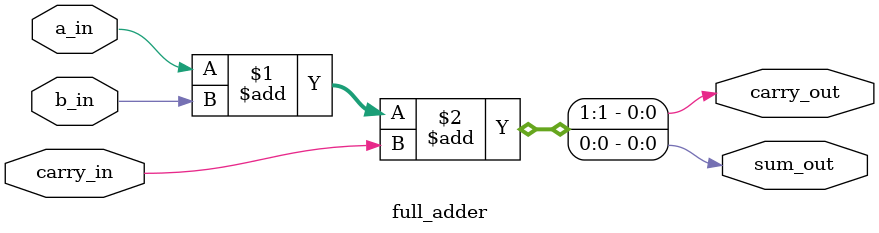
<source format=v>
`timescale 1ns / 1ps


module full_adder(
    input a_in,
    input b_in,
    input carry_in,
    output sum_out,
    output carry_out
    );

assign {carry_out,sum_out} = a_in + b_in + carry_in;

endmodule

</source>
